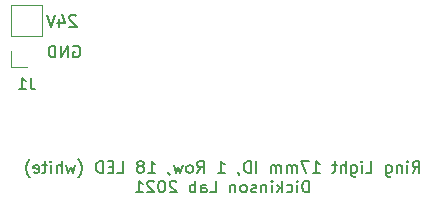
<source format=gbr>
G04 #@! TF.GenerationSoftware,KiCad,Pcbnew,5.1.9-73d0e3b20d~88~ubuntu20.10.1*
G04 #@! TF.CreationDate,2021-09-15T14:45:45-07:00*
G04 #@! TF.ProjectId,led_ring,6c65645f-7269-46e6-972e-6b696361645f,rev?*
G04 #@! TF.SameCoordinates,Original*
G04 #@! TF.FileFunction,Legend,Bot*
G04 #@! TF.FilePolarity,Positive*
%FSLAX46Y46*%
G04 Gerber Fmt 4.6, Leading zero omitted, Abs format (unit mm)*
G04 Created by KiCad (PCBNEW 5.1.9-73d0e3b20d~88~ubuntu20.10.1) date 2021-09-15 14:45:45*
%MOMM*%
%LPD*%
G01*
G04 APERTURE LIST*
%ADD10C,0.150000*%
%ADD11C,0.120000*%
G04 APERTURE END LIST*
D10*
X67571428Y-62027380D02*
X67904761Y-61551190D01*
X68142857Y-62027380D02*
X68142857Y-61027380D01*
X67761904Y-61027380D01*
X67666666Y-61075000D01*
X67619047Y-61122619D01*
X67571428Y-61217857D01*
X67571428Y-61360714D01*
X67619047Y-61455952D01*
X67666666Y-61503571D01*
X67761904Y-61551190D01*
X68142857Y-61551190D01*
X67142857Y-62027380D02*
X67142857Y-61360714D01*
X67142857Y-61027380D02*
X67190476Y-61075000D01*
X67142857Y-61122619D01*
X67095238Y-61075000D01*
X67142857Y-61027380D01*
X67142857Y-61122619D01*
X66666666Y-61360714D02*
X66666666Y-62027380D01*
X66666666Y-61455952D02*
X66619047Y-61408333D01*
X66523809Y-61360714D01*
X66380952Y-61360714D01*
X66285714Y-61408333D01*
X66238095Y-61503571D01*
X66238095Y-62027380D01*
X65333333Y-61360714D02*
X65333333Y-62170238D01*
X65380952Y-62265476D01*
X65428571Y-62313095D01*
X65523809Y-62360714D01*
X65666666Y-62360714D01*
X65761904Y-62313095D01*
X65333333Y-61979761D02*
X65428571Y-62027380D01*
X65619047Y-62027380D01*
X65714285Y-61979761D01*
X65761904Y-61932142D01*
X65809523Y-61836904D01*
X65809523Y-61551190D01*
X65761904Y-61455952D01*
X65714285Y-61408333D01*
X65619047Y-61360714D01*
X65428571Y-61360714D01*
X65333333Y-61408333D01*
X63619047Y-62027380D02*
X64095238Y-62027380D01*
X64095238Y-61027380D01*
X63285714Y-62027380D02*
X63285714Y-61360714D01*
X63285714Y-61027380D02*
X63333333Y-61075000D01*
X63285714Y-61122619D01*
X63238095Y-61075000D01*
X63285714Y-61027380D01*
X63285714Y-61122619D01*
X62380952Y-61360714D02*
X62380952Y-62170238D01*
X62428571Y-62265476D01*
X62476190Y-62313095D01*
X62571428Y-62360714D01*
X62714285Y-62360714D01*
X62809523Y-62313095D01*
X62380952Y-61979761D02*
X62476190Y-62027380D01*
X62666666Y-62027380D01*
X62761904Y-61979761D01*
X62809523Y-61932142D01*
X62857142Y-61836904D01*
X62857142Y-61551190D01*
X62809523Y-61455952D01*
X62761904Y-61408333D01*
X62666666Y-61360714D01*
X62476190Y-61360714D01*
X62380952Y-61408333D01*
X61904761Y-62027380D02*
X61904761Y-61027380D01*
X61476190Y-62027380D02*
X61476190Y-61503571D01*
X61523809Y-61408333D01*
X61619047Y-61360714D01*
X61761904Y-61360714D01*
X61857142Y-61408333D01*
X61904761Y-61455952D01*
X61142857Y-61360714D02*
X60761904Y-61360714D01*
X61000000Y-61027380D02*
X61000000Y-61884523D01*
X60952380Y-61979761D01*
X60857142Y-62027380D01*
X60761904Y-62027380D01*
X59142857Y-62027380D02*
X59714285Y-62027380D01*
X59428571Y-62027380D02*
X59428571Y-61027380D01*
X59523809Y-61170238D01*
X59619047Y-61265476D01*
X59714285Y-61313095D01*
X58809523Y-61027380D02*
X58142857Y-61027380D01*
X58571428Y-62027380D01*
X57761904Y-62027380D02*
X57761904Y-61360714D01*
X57761904Y-61455952D02*
X57714285Y-61408333D01*
X57619047Y-61360714D01*
X57476190Y-61360714D01*
X57380952Y-61408333D01*
X57333333Y-61503571D01*
X57333333Y-62027380D01*
X57333333Y-61503571D02*
X57285714Y-61408333D01*
X57190476Y-61360714D01*
X57047619Y-61360714D01*
X56952380Y-61408333D01*
X56904761Y-61503571D01*
X56904761Y-62027380D01*
X56428571Y-62027380D02*
X56428571Y-61360714D01*
X56428571Y-61455952D02*
X56380952Y-61408333D01*
X56285714Y-61360714D01*
X56142857Y-61360714D01*
X56047619Y-61408333D01*
X56000000Y-61503571D01*
X56000000Y-62027380D01*
X56000000Y-61503571D02*
X55952380Y-61408333D01*
X55857142Y-61360714D01*
X55714285Y-61360714D01*
X55619047Y-61408333D01*
X55571428Y-61503571D01*
X55571428Y-62027380D01*
X54333333Y-62027380D02*
X54333333Y-61027380D01*
X53857142Y-62027380D02*
X53857142Y-61027380D01*
X53619047Y-61027380D01*
X53476190Y-61075000D01*
X53380952Y-61170238D01*
X53333333Y-61265476D01*
X53285714Y-61455952D01*
X53285714Y-61598809D01*
X53333333Y-61789285D01*
X53380952Y-61884523D01*
X53476190Y-61979761D01*
X53619047Y-62027380D01*
X53857142Y-62027380D01*
X52809523Y-61979761D02*
X52809523Y-62027380D01*
X52857142Y-62122619D01*
X52904761Y-62170238D01*
X51095238Y-62027380D02*
X51666666Y-62027380D01*
X51380952Y-62027380D02*
X51380952Y-61027380D01*
X51476190Y-61170238D01*
X51571428Y-61265476D01*
X51666666Y-61313095D01*
X49333333Y-62027380D02*
X49666666Y-61551190D01*
X49904761Y-62027380D02*
X49904761Y-61027380D01*
X49523809Y-61027380D01*
X49428571Y-61075000D01*
X49380952Y-61122619D01*
X49333333Y-61217857D01*
X49333333Y-61360714D01*
X49380952Y-61455952D01*
X49428571Y-61503571D01*
X49523809Y-61551190D01*
X49904761Y-61551190D01*
X48761904Y-62027380D02*
X48857142Y-61979761D01*
X48904761Y-61932142D01*
X48952380Y-61836904D01*
X48952380Y-61551190D01*
X48904761Y-61455952D01*
X48857142Y-61408333D01*
X48761904Y-61360714D01*
X48619047Y-61360714D01*
X48523809Y-61408333D01*
X48476190Y-61455952D01*
X48428571Y-61551190D01*
X48428571Y-61836904D01*
X48476190Y-61932142D01*
X48523809Y-61979761D01*
X48619047Y-62027380D01*
X48761904Y-62027380D01*
X48095238Y-61360714D02*
X47904761Y-62027380D01*
X47714285Y-61551190D01*
X47523809Y-62027380D01*
X47333333Y-61360714D01*
X46904761Y-61979761D02*
X46904761Y-62027380D01*
X46952380Y-62122619D01*
X47000000Y-62170238D01*
X45190476Y-62027380D02*
X45761904Y-62027380D01*
X45476190Y-62027380D02*
X45476190Y-61027380D01*
X45571428Y-61170238D01*
X45666666Y-61265476D01*
X45761904Y-61313095D01*
X44619047Y-61455952D02*
X44714285Y-61408333D01*
X44761904Y-61360714D01*
X44809523Y-61265476D01*
X44809523Y-61217857D01*
X44761904Y-61122619D01*
X44714285Y-61075000D01*
X44619047Y-61027380D01*
X44428571Y-61027380D01*
X44333333Y-61075000D01*
X44285714Y-61122619D01*
X44238095Y-61217857D01*
X44238095Y-61265476D01*
X44285714Y-61360714D01*
X44333333Y-61408333D01*
X44428571Y-61455952D01*
X44619047Y-61455952D01*
X44714285Y-61503571D01*
X44761904Y-61551190D01*
X44809523Y-61646428D01*
X44809523Y-61836904D01*
X44761904Y-61932142D01*
X44714285Y-61979761D01*
X44619047Y-62027380D01*
X44428571Y-62027380D01*
X44333333Y-61979761D01*
X44285714Y-61932142D01*
X44238095Y-61836904D01*
X44238095Y-61646428D01*
X44285714Y-61551190D01*
X44333333Y-61503571D01*
X44428571Y-61455952D01*
X42571428Y-62027380D02*
X43047619Y-62027380D01*
X43047619Y-61027380D01*
X42238095Y-61503571D02*
X41904761Y-61503571D01*
X41761904Y-62027380D02*
X42238095Y-62027380D01*
X42238095Y-61027380D01*
X41761904Y-61027380D01*
X41333333Y-62027380D02*
X41333333Y-61027380D01*
X41095238Y-61027380D01*
X40952380Y-61075000D01*
X40857142Y-61170238D01*
X40809523Y-61265476D01*
X40761904Y-61455952D01*
X40761904Y-61598809D01*
X40809523Y-61789285D01*
X40857142Y-61884523D01*
X40952380Y-61979761D01*
X41095238Y-62027380D01*
X41333333Y-62027380D01*
X39285714Y-62408333D02*
X39333333Y-62360714D01*
X39428571Y-62217857D01*
X39476190Y-62122619D01*
X39523809Y-61979761D01*
X39571428Y-61741666D01*
X39571428Y-61551190D01*
X39523809Y-61313095D01*
X39476190Y-61170238D01*
X39428571Y-61075000D01*
X39333333Y-60932142D01*
X39285714Y-60884523D01*
X39000000Y-61360714D02*
X38809523Y-62027380D01*
X38619047Y-61551190D01*
X38428571Y-62027380D01*
X38238095Y-61360714D01*
X37857142Y-62027380D02*
X37857142Y-61027380D01*
X37428571Y-62027380D02*
X37428571Y-61503571D01*
X37476190Y-61408333D01*
X37571428Y-61360714D01*
X37714285Y-61360714D01*
X37809523Y-61408333D01*
X37857142Y-61455952D01*
X36952380Y-62027380D02*
X36952380Y-61360714D01*
X36952380Y-61027380D02*
X37000000Y-61075000D01*
X36952380Y-61122619D01*
X36904761Y-61075000D01*
X36952380Y-61027380D01*
X36952380Y-61122619D01*
X36619047Y-61360714D02*
X36238095Y-61360714D01*
X36476190Y-61027380D02*
X36476190Y-61884523D01*
X36428571Y-61979761D01*
X36333333Y-62027380D01*
X36238095Y-62027380D01*
X35523809Y-61979761D02*
X35619047Y-62027380D01*
X35809523Y-62027380D01*
X35904761Y-61979761D01*
X35952380Y-61884523D01*
X35952380Y-61503571D01*
X35904761Y-61408333D01*
X35809523Y-61360714D01*
X35619047Y-61360714D01*
X35523809Y-61408333D01*
X35476190Y-61503571D01*
X35476190Y-61598809D01*
X35952380Y-61694047D01*
X35142857Y-62408333D02*
X35095238Y-62360714D01*
X35000000Y-62217857D01*
X34952380Y-62122619D01*
X34904761Y-61979761D01*
X34857142Y-61741666D01*
X34857142Y-61551190D01*
X34904761Y-61313095D01*
X34952380Y-61170238D01*
X35000000Y-61075000D01*
X35095238Y-60932142D01*
X35142857Y-60884523D01*
X58809523Y-63677380D02*
X58809523Y-62677380D01*
X58571428Y-62677380D01*
X58428571Y-62725000D01*
X58333333Y-62820238D01*
X58285714Y-62915476D01*
X58238095Y-63105952D01*
X58238095Y-63248809D01*
X58285714Y-63439285D01*
X58333333Y-63534523D01*
X58428571Y-63629761D01*
X58571428Y-63677380D01*
X58809523Y-63677380D01*
X57809523Y-63677380D02*
X57809523Y-63010714D01*
X57809523Y-62677380D02*
X57857142Y-62725000D01*
X57809523Y-62772619D01*
X57761904Y-62725000D01*
X57809523Y-62677380D01*
X57809523Y-62772619D01*
X56904761Y-63629761D02*
X57000000Y-63677380D01*
X57190476Y-63677380D01*
X57285714Y-63629761D01*
X57333333Y-63582142D01*
X57380952Y-63486904D01*
X57380952Y-63201190D01*
X57333333Y-63105952D01*
X57285714Y-63058333D01*
X57190476Y-63010714D01*
X57000000Y-63010714D01*
X56904761Y-63058333D01*
X56476190Y-63677380D02*
X56476190Y-62677380D01*
X56380952Y-63296428D02*
X56095238Y-63677380D01*
X56095238Y-63010714D02*
X56476190Y-63391666D01*
X55666666Y-63677380D02*
X55666666Y-63010714D01*
X55666666Y-62677380D02*
X55714285Y-62725000D01*
X55666666Y-62772619D01*
X55619047Y-62725000D01*
X55666666Y-62677380D01*
X55666666Y-62772619D01*
X55190476Y-63010714D02*
X55190476Y-63677380D01*
X55190476Y-63105952D02*
X55142857Y-63058333D01*
X55047619Y-63010714D01*
X54904761Y-63010714D01*
X54809523Y-63058333D01*
X54761904Y-63153571D01*
X54761904Y-63677380D01*
X54333333Y-63629761D02*
X54238095Y-63677380D01*
X54047619Y-63677380D01*
X53952380Y-63629761D01*
X53904761Y-63534523D01*
X53904761Y-63486904D01*
X53952380Y-63391666D01*
X54047619Y-63344047D01*
X54190476Y-63344047D01*
X54285714Y-63296428D01*
X54333333Y-63201190D01*
X54333333Y-63153571D01*
X54285714Y-63058333D01*
X54190476Y-63010714D01*
X54047619Y-63010714D01*
X53952380Y-63058333D01*
X53333333Y-63677380D02*
X53428571Y-63629761D01*
X53476190Y-63582142D01*
X53523809Y-63486904D01*
X53523809Y-63201190D01*
X53476190Y-63105952D01*
X53428571Y-63058333D01*
X53333333Y-63010714D01*
X53190476Y-63010714D01*
X53095238Y-63058333D01*
X53047619Y-63105952D01*
X53000000Y-63201190D01*
X53000000Y-63486904D01*
X53047619Y-63582142D01*
X53095238Y-63629761D01*
X53190476Y-63677380D01*
X53333333Y-63677380D01*
X52571428Y-63010714D02*
X52571428Y-63677380D01*
X52571428Y-63105952D02*
X52523809Y-63058333D01*
X52428571Y-63010714D01*
X52285714Y-63010714D01*
X52190476Y-63058333D01*
X52142857Y-63153571D01*
X52142857Y-63677380D01*
X50428571Y-63677380D02*
X50904761Y-63677380D01*
X50904761Y-62677380D01*
X49666666Y-63677380D02*
X49666666Y-63153571D01*
X49714285Y-63058333D01*
X49809523Y-63010714D01*
X50000000Y-63010714D01*
X50095238Y-63058333D01*
X49666666Y-63629761D02*
X49761904Y-63677380D01*
X50000000Y-63677380D01*
X50095238Y-63629761D01*
X50142857Y-63534523D01*
X50142857Y-63439285D01*
X50095238Y-63344047D01*
X50000000Y-63296428D01*
X49761904Y-63296428D01*
X49666666Y-63248809D01*
X49190476Y-63677380D02*
X49190476Y-62677380D01*
X49190476Y-63058333D02*
X49095238Y-63010714D01*
X48904761Y-63010714D01*
X48809523Y-63058333D01*
X48761904Y-63105952D01*
X48714285Y-63201190D01*
X48714285Y-63486904D01*
X48761904Y-63582142D01*
X48809523Y-63629761D01*
X48904761Y-63677380D01*
X49095238Y-63677380D01*
X49190476Y-63629761D01*
X47571428Y-62772619D02*
X47523809Y-62725000D01*
X47428571Y-62677380D01*
X47190476Y-62677380D01*
X47095238Y-62725000D01*
X47047619Y-62772619D01*
X47000000Y-62867857D01*
X47000000Y-62963095D01*
X47047619Y-63105952D01*
X47619047Y-63677380D01*
X47000000Y-63677380D01*
X46380952Y-62677380D02*
X46285714Y-62677380D01*
X46190476Y-62725000D01*
X46142857Y-62772619D01*
X46095238Y-62867857D01*
X46047619Y-63058333D01*
X46047619Y-63296428D01*
X46095238Y-63486904D01*
X46142857Y-63582142D01*
X46190476Y-63629761D01*
X46285714Y-63677380D01*
X46380952Y-63677380D01*
X46476190Y-63629761D01*
X46523809Y-63582142D01*
X46571428Y-63486904D01*
X46619047Y-63296428D01*
X46619047Y-63058333D01*
X46571428Y-62867857D01*
X46523809Y-62772619D01*
X46476190Y-62725000D01*
X46380952Y-62677380D01*
X45666666Y-62772619D02*
X45619047Y-62725000D01*
X45523809Y-62677380D01*
X45285714Y-62677380D01*
X45190476Y-62725000D01*
X45142857Y-62772619D01*
X45095238Y-62867857D01*
X45095238Y-62963095D01*
X45142857Y-63105952D01*
X45714285Y-63677380D01*
X45095238Y-63677380D01*
X44142857Y-63677380D02*
X44714285Y-63677380D01*
X44428571Y-63677380D02*
X44428571Y-62677380D01*
X44523809Y-62820238D01*
X44619047Y-62915476D01*
X44714285Y-62963095D01*
X39071428Y-48747619D02*
X39023809Y-48700000D01*
X38928571Y-48652380D01*
X38690476Y-48652380D01*
X38595238Y-48700000D01*
X38547619Y-48747619D01*
X38500000Y-48842857D01*
X38500000Y-48938095D01*
X38547619Y-49080952D01*
X39119047Y-49652380D01*
X38500000Y-49652380D01*
X37642857Y-48985714D02*
X37642857Y-49652380D01*
X37880952Y-48604761D02*
X38119047Y-49319047D01*
X37500000Y-49319047D01*
X37261904Y-48652380D02*
X36928571Y-49652380D01*
X36595238Y-48652380D01*
X38861904Y-51300000D02*
X38957142Y-51252380D01*
X39100000Y-51252380D01*
X39242857Y-51300000D01*
X39338095Y-51395238D01*
X39385714Y-51490476D01*
X39433333Y-51680952D01*
X39433333Y-51823809D01*
X39385714Y-52014285D01*
X39338095Y-52109523D01*
X39242857Y-52204761D01*
X39100000Y-52252380D01*
X39004761Y-52252380D01*
X38861904Y-52204761D01*
X38814285Y-52157142D01*
X38814285Y-51823809D01*
X39004761Y-51823809D01*
X38385714Y-52252380D02*
X38385714Y-51252380D01*
X37814285Y-52252380D01*
X37814285Y-51252380D01*
X37338095Y-52252380D02*
X37338095Y-51252380D01*
X37100000Y-51252380D01*
X36957142Y-51300000D01*
X36861904Y-51395238D01*
X36814285Y-51490476D01*
X36766666Y-51680952D01*
X36766666Y-51823809D01*
X36814285Y-52014285D01*
X36861904Y-52109523D01*
X36957142Y-52204761D01*
X37100000Y-52252380D01*
X37338095Y-52252380D01*
D11*
X33570000Y-47830000D02*
X36230000Y-47830000D01*
X33570000Y-50430000D02*
X33570000Y-47830000D01*
X36230000Y-50430000D02*
X36230000Y-47830000D01*
X33570000Y-50430000D02*
X36230000Y-50430000D01*
X33570000Y-51700000D02*
X33570000Y-53030000D01*
X33570000Y-53030000D02*
X34900000Y-53030000D01*
D10*
X35233333Y-53952380D02*
X35233333Y-54666666D01*
X35280952Y-54809523D01*
X35376190Y-54904761D01*
X35519047Y-54952380D01*
X35614285Y-54952380D01*
X34233333Y-54952380D02*
X34804761Y-54952380D01*
X34519047Y-54952380D02*
X34519047Y-53952380D01*
X34614285Y-54095238D01*
X34709523Y-54190476D01*
X34804761Y-54238095D01*
M02*

</source>
